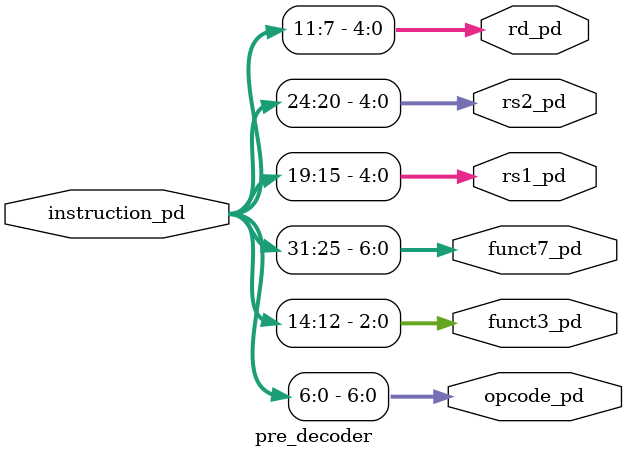
<source format=sv>
`timescale 1ns / 1ps


module pre_decoder(
    input  logic [31:0] instruction_pd,
    output logic [6:0]  opcode_pd,
    output logic [2:0]  funct3_pd,
    output logic [6:0]  funct7_pd,
    output logic [4:0]  rs1_pd,
    output logic [4:0]  rs2_pd,
    output logic [4:0]  rd_pd
    );
    
    
    assign opcode_pd = instruction_pd[6:0];
    assign funct7_pd = instruction_pd[31:25];
    assign funct3_pd = instruction_pd[14:12];
    assign rs1_pd = instruction_pd[19:15];
    assign rs2_pd = instruction_pd[24:20];
    assign rd_pd = instruction_pd[11:7];
    
endmodule

</source>
